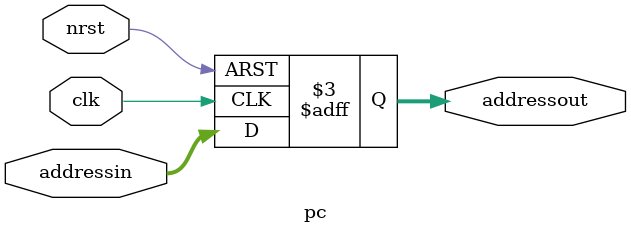
<source format=sv>

module pc #(WIDTH = 32) (
  input wire clk, nrst,
  input wire [WIDTH-1:0] addressin,
  output reg [WIDTH-1:0] addressout
);

  always_ff @(posedge clk, negedge nrst)
    if (~nrst)
      addressout <= 0;
    else
      addressout <= addressin;

endmodule
</source>
